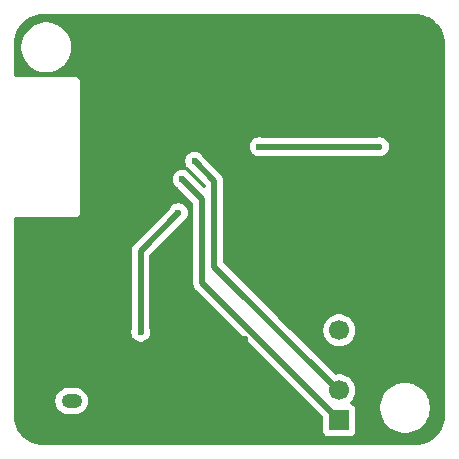
<source format=gbr>
%TF.GenerationSoftware,KiCad,Pcbnew,9.0.2*%
%TF.CreationDate,2025-08-12T20:05:27+08:00*%
%TF.ProjectId,lipo-chargable-espc3-weather-station,6c69706f-2d63-4686-9172-6761626c652d,rev?*%
%TF.SameCoordinates,Original*%
%TF.FileFunction,Copper,L2,Bot*%
%TF.FilePolarity,Positive*%
%FSLAX46Y46*%
G04 Gerber Fmt 4.6, Leading zero omitted, Abs format (unit mm)*
G04 Created by KiCad (PCBNEW 9.0.2) date 2025-08-12 20:05:27*
%MOMM*%
%LPD*%
G01*
G04 APERTURE LIST*
G04 Aperture macros list*
%AMRoundRect*
0 Rectangle with rounded corners*
0 $1 Rounding radius*
0 $2 $3 $4 $5 $6 $7 $8 $9 X,Y pos of 4 corners*
0 Add a 4 corners polygon primitive as box body*
4,1,4,$2,$3,$4,$5,$6,$7,$8,$9,$2,$3,0*
0 Add four circle primitives for the rounded corners*
1,1,$1+$1,$2,$3*
1,1,$1+$1,$4,$5*
1,1,$1+$1,$6,$7*
1,1,$1+$1,$8,$9*
0 Add four rect primitives between the rounded corners*
20,1,$1+$1,$2,$3,$4,$5,0*
20,1,$1+$1,$4,$5,$6,$7,0*
20,1,$1+$1,$6,$7,$8,$9,0*
20,1,$1+$1,$8,$9,$2,$3,0*%
G04 Aperture macros list end*
%TA.AperFunction,ComponentPad*%
%ADD10R,1.700000X1.700000*%
%TD*%
%TA.AperFunction,ComponentPad*%
%ADD11C,1.700000*%
%TD*%
%TA.AperFunction,ComponentPad*%
%ADD12RoundRect,0.250000X-0.625000X0.350000X-0.625000X-0.350000X0.625000X-0.350000X0.625000X0.350000X0*%
%TD*%
%TA.AperFunction,ComponentPad*%
%ADD13O,1.750000X1.200000*%
%TD*%
%TA.AperFunction,ViaPad*%
%ADD14C,0.600000*%
%TD*%
%TA.AperFunction,Conductor*%
%ADD15C,0.500000*%
%TD*%
G04 APERTURE END LIST*
D10*
%TO.P,J2,1,Pin_1*%
%TO.N,SCL*%
X162915600Y-115519200D03*
D11*
%TO.P,J2,2,Pin_2*%
%TO.N,SDA*%
X162915600Y-112979200D03*
%TO.P,J2,3,Pin_3*%
%TO.N,B-*%
X162915600Y-110439200D03*
%TO.P,J2,4,Pin_4*%
%TO.N,5V_boost*%
X162915600Y-107899200D03*
%TD*%
D12*
%TO.P,J1,1,Pin_1*%
%TO.N,B-*%
X140258799Y-111893599D03*
D13*
%TO.P,J1,2,Pin_2*%
%TO.N,B+*%
X140258799Y-113893599D03*
%TD*%
D14*
%TO.N,B-*%
X158394400Y-85902800D03*
X159054800Y-87782400D03*
X154127200Y-109321600D03*
X157429200Y-87680800D03*
X165201600Y-85496400D03*
X140462000Y-107137200D03*
X164896800Y-86309200D03*
X151993600Y-110591600D03*
X139750800Y-106476800D03*
X151993600Y-111302800D03*
X139903200Y-108559600D03*
X167132000Y-101752400D03*
X164896800Y-101854000D03*
X165049200Y-88036400D03*
X165760400Y-86106000D03*
X140258800Y-105816400D03*
X140817600Y-108153200D03*
X158292800Y-86868000D03*
X157480000Y-85750400D03*
X166928800Y-87579200D03*
X164033200Y-84480400D03*
X159105600Y-85547200D03*
X154228800Y-108661200D03*
X164185600Y-87071200D03*
X142240000Y-105816400D03*
X155143200Y-109372400D03*
X164439600Y-100380800D03*
X139039600Y-106883200D03*
X154940000Y-108661200D03*
X141274800Y-106375200D03*
X164693600Y-101041200D03*
X142240000Y-106680000D03*
X157530800Y-85039200D03*
X159054800Y-86207600D03*
X157429200Y-86817200D03*
X139090400Y-108153200D03*
X167182800Y-88493600D03*
X158292800Y-87731600D03*
X165963600Y-87630000D03*
X164084000Y-87884000D03*
X158292800Y-84988400D03*
X166014400Y-86817200D03*
X141478000Y-107289600D03*
X164947600Y-87122000D03*
X164388800Y-85445600D03*
X159105600Y-84886800D03*
X163982400Y-86309200D03*
X164388800Y-88747600D03*
X159105600Y-86969600D03*
X165658800Y-88696800D03*
X139852400Y-107696000D03*
X166370000Y-88341200D03*
X138938000Y-105714800D03*
X166319200Y-102057200D03*
X165608000Y-102260400D03*
%TO.N,B+*%
X149301200Y-97942400D03*
X166319200Y-92354400D03*
X156159200Y-92354400D03*
X146100800Y-108051600D03*
%TO.N,SCL*%
X149606000Y-95097600D03*
%TO.N,SDA*%
X150672800Y-93573600D03*
%TD*%
D15*
%TO.N,B+*%
X146100800Y-101142800D02*
X149301200Y-97942400D01*
X156159200Y-92354400D02*
X166319200Y-92354400D01*
X146100800Y-108051600D02*
X146100800Y-101142800D01*
%TO.N,SCL*%
X151322200Y-96813800D02*
X151322200Y-103925800D01*
X149606000Y-95097600D02*
X151322200Y-96813800D01*
X151322200Y-103925800D02*
X162915600Y-115519200D01*
%TO.N,SDA*%
X162814000Y-112979200D02*
X162915600Y-112979200D01*
X152349199Y-95249999D02*
X152349199Y-102514399D01*
X152349199Y-102514399D02*
X162814000Y-112979200D01*
X150672800Y-93573600D02*
X152349199Y-95249999D01*
%TD*%
%TA.AperFunction,Conductor*%
%TO.N,B-*%
G36*
X169372935Y-81120326D02*
G01*
X169662996Y-81137871D01*
X169677857Y-81139675D01*
X169959997Y-81191380D01*
X169974534Y-81194963D01*
X170248371Y-81280295D01*
X170262363Y-81285600D01*
X170363882Y-81331290D01*
X170523935Y-81403324D01*
X170537194Y-81410283D01*
X170659926Y-81484477D01*
X170782664Y-81558675D01*
X170794976Y-81567173D01*
X171020773Y-81744073D01*
X171031981Y-81754003D01*
X171234795Y-81956818D01*
X171244725Y-81968026D01*
X171412795Y-82182551D01*
X171421622Y-82193817D01*
X171430128Y-82206140D01*
X171578516Y-82451604D01*
X171585475Y-82464863D01*
X171703197Y-82726431D01*
X171708506Y-82740432D01*
X171793835Y-83014263D01*
X171797419Y-83028801D01*
X171849123Y-83310940D01*
X171850928Y-83325805D01*
X171868473Y-83615846D01*
X171868699Y-83623333D01*
X171868699Y-115115849D01*
X171868473Y-115123336D01*
X171850927Y-115413394D01*
X171849122Y-115428259D01*
X171797418Y-115710397D01*
X171793834Y-115724935D01*
X171708503Y-115998774D01*
X171703193Y-116012776D01*
X171585476Y-116274330D01*
X171578518Y-116287587D01*
X171430127Y-116533058D01*
X171421621Y-116545382D01*
X171244725Y-116771173D01*
X171234795Y-116782381D01*
X171031980Y-116985195D01*
X171020772Y-116995125D01*
X170794981Y-117172022D01*
X170782658Y-117180528D01*
X170537195Y-117328915D01*
X170523936Y-117335874D01*
X170262367Y-117453596D01*
X170248366Y-117458905D01*
X169974535Y-117544234D01*
X169959997Y-117547818D01*
X169677859Y-117599522D01*
X169662994Y-117601327D01*
X169469901Y-117613007D01*
X169372911Y-117618874D01*
X169365439Y-117619100D01*
X137872951Y-117619100D01*
X137865464Y-117618874D01*
X137575405Y-117601328D01*
X137560540Y-117599523D01*
X137278401Y-117547819D01*
X137263863Y-117544235D01*
X136990032Y-117458906D01*
X136976031Y-117453597D01*
X136714463Y-117335875D01*
X136701204Y-117328916D01*
X136455740Y-117180528D01*
X136443417Y-117172022D01*
X136217626Y-116995125D01*
X136206418Y-116985195D01*
X136003603Y-116782381D01*
X135993673Y-116771173D01*
X135868600Y-116611528D01*
X135816773Y-116545376D01*
X135808275Y-116533064D01*
X135667566Y-116300304D01*
X135659883Y-116287594D01*
X135652924Y-116274335D01*
X135535202Y-116012767D01*
X135529893Y-115998766D01*
X135521296Y-115971178D01*
X135444563Y-115724934D01*
X135440980Y-115710397D01*
X135413366Y-115559711D01*
X135389275Y-115428257D01*
X135387471Y-115413394D01*
X135386336Y-115394628D01*
X135374660Y-115201609D01*
X135374945Y-115193627D01*
X135374500Y-115193627D01*
X135374500Y-113806988D01*
X138883299Y-113806988D01*
X138883299Y-113980209D01*
X138907696Y-114134251D01*
X138910397Y-114151300D01*
X138963926Y-114316044D01*
X139042567Y-114470387D01*
X139144385Y-114610527D01*
X139266871Y-114733013D01*
X139407011Y-114834831D01*
X139561354Y-114913472D01*
X139726098Y-114967001D01*
X139897188Y-114994099D01*
X139897189Y-114994099D01*
X140620409Y-114994099D01*
X140620410Y-114994099D01*
X140791500Y-114967001D01*
X140956244Y-114913472D01*
X141110587Y-114834831D01*
X141250727Y-114733013D01*
X141373213Y-114610527D01*
X141475031Y-114470387D01*
X141553672Y-114316044D01*
X141607201Y-114151300D01*
X141634299Y-113980210D01*
X141634299Y-113806988D01*
X141607201Y-113635898D01*
X141553672Y-113471154D01*
X141475031Y-113316811D01*
X141373213Y-113176671D01*
X141250727Y-113054185D01*
X141110587Y-112952367D01*
X140956244Y-112873726D01*
X140791500Y-112820197D01*
X140791498Y-112820196D01*
X140791497Y-112820196D01*
X140660070Y-112799380D01*
X140620410Y-112793099D01*
X139897188Y-112793099D01*
X139857527Y-112799380D01*
X139726101Y-112820196D01*
X139561351Y-112873727D01*
X139407010Y-112952367D01*
X139327055Y-113010458D01*
X139266871Y-113054185D01*
X139266869Y-113054187D01*
X139266868Y-113054187D01*
X139144387Y-113176668D01*
X139144387Y-113176669D01*
X139144385Y-113176671D01*
X139100658Y-113236855D01*
X139042567Y-113316810D01*
X138963927Y-113471151D01*
X138910396Y-113635901D01*
X138883299Y-113806988D01*
X135374500Y-113806988D01*
X135374500Y-107972758D01*
X145300300Y-107972758D01*
X145300300Y-107980601D01*
X145300300Y-108130446D01*
X145331061Y-108285089D01*
X145331064Y-108285101D01*
X145391402Y-108430772D01*
X145391409Y-108430785D01*
X145479010Y-108561888D01*
X145479013Y-108561892D01*
X145590507Y-108673386D01*
X145590511Y-108673389D01*
X145721614Y-108760990D01*
X145721627Y-108760997D01*
X145867298Y-108821335D01*
X145867303Y-108821337D01*
X146021953Y-108852099D01*
X146021956Y-108852100D01*
X146021958Y-108852100D01*
X146179644Y-108852100D01*
X146179645Y-108852099D01*
X146334297Y-108821337D01*
X146479979Y-108760994D01*
X146611089Y-108673389D01*
X146722589Y-108561889D01*
X146810194Y-108430779D01*
X146870537Y-108285097D01*
X146901300Y-108130442D01*
X146901300Y-107972758D01*
X146901300Y-107972755D01*
X146901299Y-107972753D01*
X146870539Y-107818111D01*
X146870538Y-107818108D01*
X146870537Y-107818103D01*
X146860737Y-107794444D01*
X146851300Y-107746996D01*
X146851300Y-101505028D01*
X146870985Y-101437989D01*
X146887614Y-101417352D01*
X149616495Y-98688470D01*
X149656719Y-98661593D01*
X149680379Y-98651794D01*
X149811489Y-98564189D01*
X149922989Y-98452689D01*
X150010594Y-98321579D01*
X150010795Y-98321095D01*
X150043797Y-98241420D01*
X150070937Y-98175897D01*
X150101700Y-98021242D01*
X150101700Y-97863558D01*
X150101700Y-97863555D01*
X150101699Y-97863553D01*
X150084066Y-97774908D01*
X150070937Y-97708903D01*
X150066852Y-97699041D01*
X150010597Y-97563227D01*
X150010590Y-97563214D01*
X149922989Y-97432111D01*
X149922986Y-97432107D01*
X149811492Y-97320613D01*
X149811488Y-97320610D01*
X149680385Y-97233009D01*
X149680372Y-97233002D01*
X149534701Y-97172664D01*
X149534689Y-97172661D01*
X149380045Y-97141900D01*
X149380042Y-97141900D01*
X149222358Y-97141900D01*
X149222355Y-97141900D01*
X149067710Y-97172661D01*
X149067698Y-97172664D01*
X148922027Y-97233002D01*
X148922014Y-97233009D01*
X148790911Y-97320610D01*
X148790907Y-97320613D01*
X148679413Y-97432107D01*
X148679407Y-97432115D01*
X148591807Y-97563218D01*
X148591805Y-97563222D01*
X148582005Y-97586880D01*
X148555127Y-97627104D01*
X145517850Y-100664380D01*
X145517844Y-100664388D01*
X145468612Y-100738068D01*
X145468613Y-100738069D01*
X145435721Y-100787296D01*
X145435714Y-100787308D01*
X145379142Y-100923886D01*
X145379140Y-100923892D01*
X145350300Y-101068879D01*
X145350300Y-107746996D01*
X145348849Y-107754287D01*
X145347208Y-107774516D01*
X145344879Y-107784747D01*
X145331063Y-107818103D01*
X145300300Y-107972758D01*
X135374500Y-107972758D01*
X135374500Y-98465312D01*
X135394185Y-98398273D01*
X135446989Y-98352518D01*
X135498500Y-98341312D01*
X140396101Y-98341416D01*
X140396108Y-98341418D01*
X140480216Y-98341418D01*
X140527881Y-98341419D01*
X140527885Y-98341418D01*
X140527892Y-98341418D01*
X140603737Y-98321095D01*
X140649413Y-98308857D01*
X140654080Y-98307846D01*
X140655170Y-98307315D01*
X140655176Y-98307314D01*
X140655180Y-98307311D01*
X140655186Y-98307310D01*
X140655208Y-98307297D01*
X140658253Y-98305816D01*
X140661606Y-98303603D01*
X140719337Y-98270271D01*
X140761634Y-98245853D01*
X140765250Y-98244097D01*
X140766216Y-98243461D01*
X140768972Y-98241758D01*
X140769310Y-98241419D01*
X140769314Y-98241418D01*
X140815900Y-98194832D01*
X140856279Y-98154455D01*
X140859318Y-98151818D01*
X140860009Y-98151040D01*
X140862136Y-98148781D01*
X140862490Y-98148243D01*
X140862494Y-98148240D01*
X140862496Y-98148235D01*
X140862500Y-98148232D01*
X140862513Y-98148209D01*
X140864533Y-98145147D01*
X140864533Y-98145146D01*
X140864535Y-98145144D01*
X140865175Y-98144173D01*
X140866934Y-98140551D01*
X140891343Y-98098273D01*
X140928388Y-98034114D01*
X140928389Y-98034108D01*
X140928392Y-98034104D01*
X140942169Y-97982681D01*
X140942172Y-97982677D01*
X140942171Y-97982677D01*
X140961548Y-97910369D01*
X140962500Y-97906817D01*
X140962500Y-97840789D01*
X140962501Y-97775037D01*
X140962500Y-97775033D01*
X140962500Y-95018753D01*
X148805500Y-95018753D01*
X148805500Y-95176446D01*
X148836261Y-95331089D01*
X148836264Y-95331101D01*
X148896602Y-95476772D01*
X148896609Y-95476785D01*
X148984210Y-95607888D01*
X148984213Y-95607892D01*
X149095710Y-95719389D01*
X149110946Y-95729569D01*
X149226821Y-95806994D01*
X149250475Y-95816791D01*
X149290703Y-95843671D01*
X150535381Y-97088348D01*
X150568866Y-97149671D01*
X150571700Y-97176029D01*
X150571700Y-103999718D01*
X150571700Y-103999720D01*
X150571699Y-103999720D01*
X150600540Y-104144707D01*
X150600543Y-104144717D01*
X150657114Y-104281292D01*
X150690012Y-104330527D01*
X150690013Y-104330530D01*
X150739246Y-104404214D01*
X150739252Y-104404221D01*
X161528781Y-115193748D01*
X161562266Y-115255071D01*
X161565100Y-115281429D01*
X161565100Y-116417070D01*
X161565101Y-116417076D01*
X161571508Y-116476683D01*
X161621802Y-116611528D01*
X161621806Y-116611535D01*
X161708052Y-116726744D01*
X161708055Y-116726747D01*
X161823264Y-116812993D01*
X161823271Y-116812997D01*
X161958117Y-116863291D01*
X161958116Y-116863291D01*
X161965044Y-116864035D01*
X162017727Y-116869700D01*
X163813472Y-116869699D01*
X163873083Y-116863291D01*
X164007931Y-116812996D01*
X164123146Y-116726746D01*
X164209396Y-116611531D01*
X164259691Y-116476683D01*
X164266100Y-116417073D01*
X164266099Y-114621328D01*
X164259691Y-114561717D01*
X164209396Y-114426869D01*
X164133835Y-114325932D01*
X166389099Y-114325932D01*
X166389099Y-114601267D01*
X166389100Y-114601284D01*
X166425037Y-114874255D01*
X166425038Y-114874260D01*
X166425039Y-114874266D01*
X166425040Y-114874268D01*
X166496303Y-115140230D01*
X166601674Y-115394617D01*
X166601679Y-115394628D01*
X166681408Y-115532721D01*
X166739350Y-115633079D01*
X166739352Y-115633082D01*
X166739353Y-115633083D01*
X166906969Y-115851526D01*
X166906975Y-115851533D01*
X167101665Y-116046223D01*
X167101671Y-116046228D01*
X167320120Y-116213849D01*
X167424885Y-116274335D01*
X167558570Y-116351519D01*
X167558575Y-116351521D01*
X167558578Y-116351523D01*
X167812967Y-116456895D01*
X168078933Y-116528160D01*
X168351925Y-116564100D01*
X168351932Y-116564100D01*
X168627266Y-116564100D01*
X168627273Y-116564100D01*
X168900265Y-116528160D01*
X169166231Y-116456895D01*
X169420620Y-116351523D01*
X169659078Y-116213849D01*
X169877527Y-116046228D01*
X170072227Y-115851528D01*
X170239848Y-115633079D01*
X170377522Y-115394621D01*
X170482894Y-115140232D01*
X170554159Y-114874266D01*
X170590099Y-114601274D01*
X170590099Y-114325926D01*
X170554159Y-114052934D01*
X170482894Y-113786968D01*
X170377522Y-113532579D01*
X170377520Y-113532576D01*
X170377518Y-113532571D01*
X170328331Y-113447378D01*
X170239848Y-113294121D01*
X170072227Y-113075672D01*
X170072222Y-113075666D01*
X169877532Y-112880976D01*
X169877525Y-112880970D01*
X169659082Y-112713354D01*
X169659081Y-112713353D01*
X169659078Y-112713351D01*
X169564006Y-112658461D01*
X169420627Y-112575680D01*
X169420616Y-112575675D01*
X169166229Y-112470304D01*
X169033248Y-112434672D01*
X168900265Y-112399040D01*
X168900259Y-112399039D01*
X168900254Y-112399038D01*
X168627283Y-112363101D01*
X168627278Y-112363100D01*
X168627273Y-112363100D01*
X168351925Y-112363100D01*
X168351919Y-112363100D01*
X168351914Y-112363101D01*
X168078943Y-112399038D01*
X168078936Y-112399039D01*
X168078933Y-112399040D01*
X168022724Y-112414100D01*
X167812968Y-112470304D01*
X167558581Y-112575675D01*
X167558570Y-112575680D01*
X167320115Y-112713354D01*
X167101672Y-112880970D01*
X167101665Y-112880976D01*
X166906975Y-113075666D01*
X166906969Y-113075673D01*
X166739353Y-113294116D01*
X166601679Y-113532571D01*
X166601674Y-113532582D01*
X166496303Y-113786969D01*
X166425040Y-114052931D01*
X166425037Y-114052944D01*
X166389100Y-114325915D01*
X166389099Y-114325932D01*
X164133835Y-114325932D01*
X164123146Y-114311654D01*
X164100309Y-114294558D01*
X164007935Y-114225406D01*
X164007928Y-114225402D01*
X163876517Y-114176389D01*
X163820583Y-114134518D01*
X163796166Y-114069053D01*
X163811018Y-114000780D01*
X163832163Y-113972532D01*
X163945704Y-113858992D01*
X164070651Y-113687016D01*
X164167157Y-113497612D01*
X164232846Y-113295443D01*
X164266100Y-113085487D01*
X164266100Y-112872913D01*
X164232846Y-112662957D01*
X164167157Y-112460788D01*
X164070651Y-112271384D01*
X164070649Y-112271381D01*
X164070648Y-112271379D01*
X163945709Y-112099413D01*
X163795386Y-111949090D01*
X163623420Y-111824151D01*
X163434014Y-111727644D01*
X163434013Y-111727643D01*
X163434012Y-111727643D01*
X163231843Y-111661954D01*
X163231841Y-111661953D01*
X163231840Y-111661953D01*
X163070557Y-111636408D01*
X163021887Y-111628700D01*
X162809313Y-111628700D01*
X162763506Y-111635955D01*
X162626162Y-111657708D01*
X162556868Y-111648753D01*
X162519083Y-111622916D01*
X158771889Y-107875722D01*
X158689080Y-107792913D01*
X161565100Y-107792913D01*
X161565100Y-108005487D01*
X161598354Y-108215443D01*
X161620987Y-108285101D01*
X161664044Y-108417614D01*
X161760551Y-108607020D01*
X161885490Y-108778986D01*
X162035813Y-108929309D01*
X162207779Y-109054248D01*
X162207781Y-109054249D01*
X162207784Y-109054251D01*
X162397188Y-109150757D01*
X162599357Y-109216446D01*
X162809313Y-109249700D01*
X162809314Y-109249700D01*
X163021886Y-109249700D01*
X163021887Y-109249700D01*
X163231843Y-109216446D01*
X163434012Y-109150757D01*
X163623416Y-109054251D01*
X163645389Y-109038286D01*
X163795386Y-108929309D01*
X163795388Y-108929306D01*
X163795392Y-108929304D01*
X163945704Y-108778992D01*
X163945706Y-108778988D01*
X163945709Y-108778986D01*
X164070648Y-108607020D01*
X164070647Y-108607020D01*
X164070651Y-108607016D01*
X164167157Y-108417612D01*
X164232846Y-108215443D01*
X164266100Y-108005487D01*
X164266100Y-107792913D01*
X164232846Y-107582957D01*
X164167157Y-107380788D01*
X164070651Y-107191384D01*
X164070649Y-107191381D01*
X164070648Y-107191379D01*
X163945709Y-107019413D01*
X163795386Y-106869090D01*
X163623420Y-106744151D01*
X163434014Y-106647644D01*
X163434013Y-106647643D01*
X163434012Y-106647643D01*
X163231843Y-106581954D01*
X163231841Y-106581953D01*
X163231840Y-106581953D01*
X163070557Y-106556408D01*
X163021887Y-106548700D01*
X162809313Y-106548700D01*
X162760642Y-106556408D01*
X162599360Y-106581953D01*
X162397185Y-106647644D01*
X162207779Y-106744151D01*
X162035813Y-106869090D01*
X161885490Y-107019413D01*
X161760551Y-107191379D01*
X161664044Y-107380785D01*
X161598353Y-107582960D01*
X161571218Y-107754287D01*
X161565100Y-107792913D01*
X158689080Y-107792913D01*
X157765263Y-106869096D01*
X153136018Y-102239850D01*
X153102533Y-102178527D01*
X153099699Y-102152169D01*
X153099699Y-95176078D01*
X153070858Y-95031091D01*
X153070857Y-95031090D01*
X153070857Y-95031086D01*
X153065749Y-95018753D01*
X153014286Y-94894510D01*
X153014279Y-94894497D01*
X152932151Y-94771584D01*
X152902640Y-94742073D01*
X152827615Y-94667048D01*
X151418871Y-93258303D01*
X151391991Y-93218075D01*
X151382194Y-93194421D01*
X151335233Y-93124139D01*
X151294589Y-93063310D01*
X151183092Y-92951813D01*
X151183088Y-92951810D01*
X151051985Y-92864209D01*
X151051972Y-92864202D01*
X150906301Y-92803864D01*
X150906289Y-92803861D01*
X150751645Y-92773100D01*
X150751642Y-92773100D01*
X150593958Y-92773100D01*
X150593955Y-92773100D01*
X150439310Y-92803861D01*
X150439298Y-92803864D01*
X150293627Y-92864202D01*
X150293614Y-92864209D01*
X150162511Y-92951810D01*
X150162507Y-92951813D01*
X150051013Y-93063307D01*
X150051010Y-93063311D01*
X149963409Y-93194414D01*
X149963402Y-93194427D01*
X149903064Y-93340098D01*
X149903061Y-93340110D01*
X149872300Y-93494753D01*
X149872300Y-93652446D01*
X149903061Y-93807089D01*
X149903064Y-93807101D01*
X149963402Y-93952772D01*
X149963409Y-93952785D01*
X150051010Y-94083888D01*
X150051013Y-94083892D01*
X150162510Y-94195389D01*
X150293615Y-94282990D01*
X150293621Y-94282994D01*
X150317275Y-94292791D01*
X150357503Y-94319671D01*
X151562380Y-95524547D01*
X151577083Y-95551474D01*
X151593676Y-95577293D01*
X151594567Y-95583493D01*
X151595865Y-95585870D01*
X151598699Y-95612228D01*
X151598699Y-95729569D01*
X151579014Y-95796608D01*
X151526210Y-95842363D01*
X151457052Y-95852307D01*
X151393496Y-95823282D01*
X151387018Y-95817250D01*
X150352071Y-94782303D01*
X150325191Y-94742075D01*
X150315394Y-94718421D01*
X150315389Y-94718414D01*
X150227789Y-94587310D01*
X150116292Y-94475813D01*
X150116288Y-94475810D01*
X149985185Y-94388209D01*
X149985172Y-94388202D01*
X149839501Y-94327864D01*
X149839489Y-94327861D01*
X149684845Y-94297100D01*
X149684842Y-94297100D01*
X149527158Y-94297100D01*
X149527155Y-94297100D01*
X149372510Y-94327861D01*
X149372498Y-94327864D01*
X149226827Y-94388202D01*
X149226814Y-94388209D01*
X149095711Y-94475810D01*
X149095707Y-94475813D01*
X148984213Y-94587307D01*
X148984210Y-94587311D01*
X148896609Y-94718414D01*
X148896602Y-94718427D01*
X148836264Y-94864098D01*
X148836261Y-94864110D01*
X148805500Y-95018753D01*
X140962500Y-95018753D01*
X140962500Y-92275553D01*
X155358700Y-92275553D01*
X155358700Y-92433246D01*
X155389461Y-92587889D01*
X155389464Y-92587901D01*
X155449802Y-92733572D01*
X155449809Y-92733585D01*
X155537410Y-92864688D01*
X155537413Y-92864692D01*
X155648907Y-92976186D01*
X155648911Y-92976189D01*
X155780014Y-93063790D01*
X155780027Y-93063797D01*
X155879260Y-93104900D01*
X155925703Y-93124137D01*
X156080353Y-93154899D01*
X156080356Y-93154900D01*
X156080358Y-93154900D01*
X156238044Y-93154900D01*
X156238045Y-93154899D01*
X156314352Y-93139720D01*
X156392688Y-93124139D01*
X156392689Y-93124138D01*
X156392697Y-93124137D01*
X156416355Y-93114337D01*
X156463804Y-93104900D01*
X166014596Y-93104900D01*
X166062044Y-93114337D01*
X166085703Y-93124137D01*
X166085708Y-93124138D01*
X166085711Y-93124139D01*
X166240353Y-93154899D01*
X166240356Y-93154900D01*
X166240358Y-93154900D01*
X166398044Y-93154900D01*
X166398045Y-93154899D01*
X166552697Y-93124137D01*
X166698379Y-93063794D01*
X166829489Y-92976189D01*
X166940989Y-92864689D01*
X167028594Y-92733579D01*
X167088937Y-92587897D01*
X167119700Y-92433242D01*
X167119700Y-92275558D01*
X167119700Y-92275555D01*
X167119699Y-92275553D01*
X167088938Y-92120910D01*
X167088937Y-92120903D01*
X167088935Y-92120898D01*
X167028597Y-91975227D01*
X167028590Y-91975214D01*
X166940989Y-91844111D01*
X166940986Y-91844107D01*
X166829492Y-91732613D01*
X166829488Y-91732610D01*
X166698385Y-91645009D01*
X166698372Y-91645002D01*
X166552701Y-91584664D01*
X166552689Y-91584661D01*
X166398045Y-91553900D01*
X166398042Y-91553900D01*
X166240358Y-91553900D01*
X166240355Y-91553900D01*
X166085711Y-91584660D01*
X166085706Y-91584662D01*
X166085704Y-91584662D01*
X166085703Y-91584663D01*
X166062044Y-91594462D01*
X166014596Y-91603900D01*
X156463804Y-91603900D01*
X156416355Y-91594462D01*
X156392697Y-91584663D01*
X156392693Y-91584662D01*
X156392688Y-91584660D01*
X156238045Y-91553900D01*
X156238042Y-91553900D01*
X156080358Y-91553900D01*
X156080355Y-91553900D01*
X155925710Y-91584661D01*
X155925698Y-91584664D01*
X155780027Y-91645002D01*
X155780014Y-91645009D01*
X155648911Y-91732610D01*
X155648907Y-91732613D01*
X155537413Y-91844107D01*
X155537410Y-91844111D01*
X155449809Y-91975214D01*
X155449802Y-91975227D01*
X155389464Y-92120898D01*
X155389461Y-92120910D01*
X155358700Y-92275553D01*
X140962500Y-92275553D01*
X140962500Y-86852908D01*
X140928392Y-86725614D01*
X140862500Y-86611486D01*
X140769314Y-86518300D01*
X140712250Y-86485354D01*
X140655187Y-86452408D01*
X140591539Y-86435354D01*
X140527892Y-86418300D01*
X140527891Y-86418300D01*
X135497562Y-86418300D01*
X135430523Y-86398615D01*
X135384768Y-86345811D01*
X135373562Y-86294487D01*
X135372390Y-85515423D01*
X135369803Y-83795132D01*
X136010699Y-83795132D01*
X136010699Y-84070467D01*
X136010700Y-84070484D01*
X136046637Y-84343455D01*
X136046638Y-84343460D01*
X136046639Y-84343466D01*
X136046640Y-84343468D01*
X136117903Y-84609430D01*
X136223274Y-84863817D01*
X136223279Y-84863828D01*
X136303008Y-85001921D01*
X136360950Y-85102279D01*
X136360952Y-85102282D01*
X136360953Y-85102283D01*
X136528569Y-85320726D01*
X136528575Y-85320733D01*
X136723265Y-85515423D01*
X136723271Y-85515428D01*
X136941720Y-85683049D01*
X137094977Y-85771532D01*
X137180170Y-85820719D01*
X137180175Y-85820721D01*
X137180178Y-85820723D01*
X137434567Y-85926095D01*
X137700533Y-85997360D01*
X137973525Y-86033300D01*
X137973532Y-86033300D01*
X138248866Y-86033300D01*
X138248873Y-86033300D01*
X138521865Y-85997360D01*
X138787831Y-85926095D01*
X139042220Y-85820723D01*
X139280678Y-85683049D01*
X139499127Y-85515428D01*
X139693827Y-85320728D01*
X139861448Y-85102279D01*
X139999122Y-84863821D01*
X140104494Y-84609432D01*
X140175759Y-84343466D01*
X140211699Y-84070474D01*
X140211699Y-83795126D01*
X140175759Y-83522134D01*
X140104494Y-83256168D01*
X139999122Y-83001779D01*
X139999120Y-83001776D01*
X139999118Y-83001771D01*
X139949931Y-82916578D01*
X139861448Y-82763321D01*
X139693827Y-82544872D01*
X139693822Y-82544866D01*
X139499132Y-82350176D01*
X139499125Y-82350170D01*
X139280682Y-82182554D01*
X139280681Y-82182553D01*
X139280678Y-82182551D01*
X139185606Y-82127661D01*
X139042227Y-82044880D01*
X139042216Y-82044875D01*
X138787829Y-81939504D01*
X138654848Y-81903872D01*
X138521865Y-81868240D01*
X138521859Y-81868239D01*
X138521854Y-81868238D01*
X138248883Y-81832301D01*
X138248878Y-81832300D01*
X138248873Y-81832300D01*
X137973525Y-81832300D01*
X137973519Y-81832300D01*
X137973514Y-81832301D01*
X137700543Y-81868238D01*
X137700536Y-81868239D01*
X137700533Y-81868240D01*
X137644324Y-81883300D01*
X137434568Y-81939504D01*
X137180181Y-82044875D01*
X137180170Y-82044880D01*
X136941715Y-82182554D01*
X136723272Y-82350170D01*
X136723265Y-82350176D01*
X136528575Y-82544866D01*
X136528569Y-82544873D01*
X136360953Y-82763316D01*
X136223279Y-83001771D01*
X136223274Y-83001782D01*
X136117903Y-83256169D01*
X136046640Y-83522131D01*
X136046637Y-83522144D01*
X136010700Y-83795115D01*
X136010699Y-83795132D01*
X135369803Y-83795132D01*
X135369651Y-83694283D01*
X135369699Y-83693583D01*
X135369699Y-83623351D01*
X135369925Y-83615864D01*
X135387470Y-83325805D01*
X135389275Y-83310940D01*
X135399313Y-83256168D01*
X135440979Y-83028798D01*
X135444563Y-83014264D01*
X135529895Y-82740421D01*
X135535197Y-82726441D01*
X135652930Y-82464849D01*
X135659875Y-82451616D01*
X135808279Y-82206126D01*
X135816766Y-82193830D01*
X135993679Y-81968017D01*
X136003594Y-81956826D01*
X136206425Y-81753995D01*
X136217616Y-81744080D01*
X136443429Y-81567166D01*
X136455725Y-81558679D01*
X136701210Y-81410278D01*
X136714455Y-81403327D01*
X136976041Y-81285597D01*
X136990022Y-81280295D01*
X137263868Y-81194961D01*
X137278397Y-81191379D01*
X137560543Y-81139674D01*
X137575400Y-81137870D01*
X137865447Y-81120326D01*
X137872934Y-81120100D01*
X137935092Y-81120100D01*
X169303307Y-81120100D01*
X169365448Y-81120100D01*
X169372935Y-81120326D01*
G37*
%TD.AperFunction*%
%TD*%
M02*

</source>
